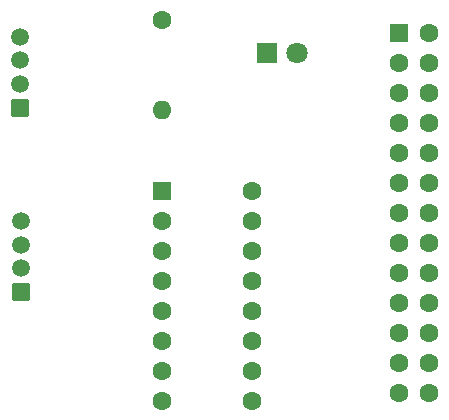
<source format=gbr>
%TF.GenerationSoftware,KiCad,Pcbnew,9.0.0*%
%TF.CreationDate,2025-03-26T20:17:18-07:00*%
%TF.ProjectId,lab07,6c616230-372e-46b6-9963-61645f706362,rev?*%
%TF.SameCoordinates,Original*%
%TF.FileFunction,Soldermask,Top*%
%TF.FilePolarity,Negative*%
%FSLAX46Y46*%
G04 Gerber Fmt 4.6, Leading zero omitted, Abs format (unit mm)*
G04 Created by KiCad (PCBNEW 9.0.0) date 2025-03-26 20:17:18*
%MOMM*%
%LPD*%
G01*
G04 APERTURE LIST*
G04 Aperture macros list*
%AMRoundRect*
0 Rectangle with rounded corners*
0 $1 Rounding radius*
0 $2 $3 $4 $5 $6 $7 $8 $9 X,Y pos of 4 corners*
0 Add a 4 corners polygon primitive as box body*
4,1,4,$2,$3,$4,$5,$6,$7,$8,$9,$2,$3,0*
0 Add four circle primitives for the rounded corners*
1,1,$1+$1,$2,$3*
1,1,$1+$1,$4,$5*
1,1,$1+$1,$6,$7*
1,1,$1+$1,$8,$9*
0 Add four rect primitives between the rounded corners*
20,1,$1+$1,$2,$3,$4,$5,0*
20,1,$1+$1,$4,$5,$6,$7,0*
20,1,$1+$1,$6,$7,$8,$9,0*
20,1,$1+$1,$8,$9,$2,$3,0*%
G04 Aperture macros list end*
%ADD10R,1.800000X1.800000*%
%ADD11C,1.800000*%
%ADD12C,1.600000*%
%ADD13O,1.600000X1.600000*%
%ADD14RoundRect,0.102000X0.654000X-0.654000X0.654000X0.654000X-0.654000X0.654000X-0.654000X-0.654000X0*%
%ADD15C,1.512000*%
%ADD16RoundRect,0.102000X-0.700000X0.700000X-0.700000X-0.700000X0.700000X-0.700000X0.700000X0.700000X0*%
%ADD17C,1.604000*%
%ADD18RoundRect,0.102000X0.695000X-0.695000X0.695000X0.695000X-0.695000X0.695000X-0.695000X-0.695000X0*%
%ADD19C,1.594000*%
G04 APERTURE END LIST*
D10*
%TO.C,D1*%
X150368000Y-76962000D03*
D11*
X152908000Y-76962000D03*
%TD*%
D12*
%TO.C,R1*%
X141478000Y-74168000D03*
D13*
X141478000Y-81788000D03*
%TD*%
D14*
%TO.C,J2*%
X129394000Y-81631500D03*
D15*
X129394000Y-79631500D03*
X129394000Y-77631500D03*
X129394000Y-75631500D03*
%TD*%
D14*
%TO.C,J1*%
X129540000Y-97218000D03*
D15*
X129540000Y-95218000D03*
X129540000Y-93218000D03*
X129540000Y-91218000D03*
%TD*%
D16*
%TO.C,U1*%
X141478000Y-88646000D03*
D17*
X141478000Y-91186000D03*
X141478000Y-93726000D03*
X141478000Y-96266000D03*
X141478000Y-98806000D03*
X141478000Y-101346000D03*
X141478000Y-103886000D03*
X141478000Y-106426000D03*
X149098000Y-106426000D03*
X149098000Y-103886000D03*
X149098000Y-101346000D03*
X149098000Y-98806000D03*
X149098000Y-96266000D03*
X149098000Y-93726000D03*
X149098000Y-91186000D03*
X149098000Y-88646000D03*
%TD*%
D18*
%TO.C,J3*%
X161544000Y-75329500D03*
D19*
X164084000Y-75329500D03*
X161544000Y-77869500D03*
X164084000Y-77869500D03*
X161544000Y-80409500D03*
X164084000Y-80409500D03*
X161544000Y-82949500D03*
X164084000Y-82949500D03*
X161544000Y-85489500D03*
X164084000Y-85489500D03*
X161544000Y-88029500D03*
X164084000Y-88029500D03*
X161544000Y-90569500D03*
X164084000Y-90569500D03*
X161544000Y-93109500D03*
X164084000Y-93109500D03*
X161544000Y-95649500D03*
X164084000Y-95649500D03*
X161544000Y-98189500D03*
X164084000Y-98189500D03*
X161544000Y-100729500D03*
X164084000Y-100729500D03*
X161544000Y-103269500D03*
X164084000Y-103269500D03*
X161544000Y-105809500D03*
X164084000Y-105809500D03*
%TD*%
M02*

</source>
